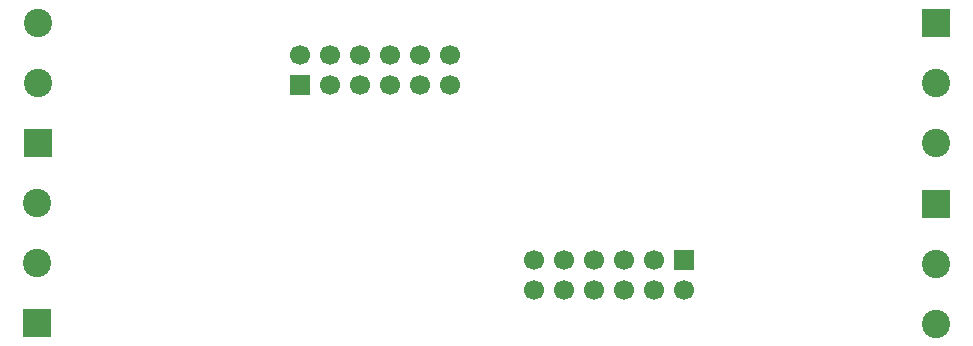
<source format=gbr>
%TF.GenerationSoftware,KiCad,Pcbnew,9.0.6*%
%TF.CreationDate,2025-12-26T20:16:36+00:00*%
%TF.ProjectId,PIDI-BOX-01-DIGIN-6-OPTO-MAIN-A1,50494449-2d42-44f5-982d-30312d444947,rev?*%
%TF.SameCoordinates,Original*%
%TF.FileFunction,Soldermask,Bot*%
%TF.FilePolarity,Negative*%
%FSLAX46Y46*%
G04 Gerber Fmt 4.6, Leading zero omitted, Abs format (unit mm)*
G04 Created by KiCad (PCBNEW 9.0.6) date 2025-12-26 20:16:36*
%MOMM*%
%LPD*%
G01*
G04 APERTURE LIST*
%ADD10R,2.400000X2.400000*%
%ADD11C,2.400000*%
%ADD12R,1.700000X1.700000*%
%ADD13C,1.700000*%
G04 APERTURE END LIST*
D10*
%TO.C,J1*%
X187883800Y-75031600D03*
D11*
X187883800Y-80111600D03*
X187883800Y-85191600D03*
%TD*%
D10*
%TO.C,J4*%
X111788600Y-85158000D03*
D11*
X111788600Y-80078000D03*
X111788600Y-74998000D03*
%TD*%
D10*
%TO.C,J3*%
X111810800Y-69875400D03*
D11*
X111810800Y-64795400D03*
X111810800Y-59715400D03*
%TD*%
D12*
%TO.C,J5*%
X133985000Y-64998600D03*
D13*
X133985000Y-62458600D03*
X136525000Y-64998600D03*
X136525000Y-62458600D03*
X139065000Y-64998600D03*
X139065000Y-62458600D03*
X141605000Y-64998600D03*
X141605000Y-62458600D03*
X144145000Y-64998600D03*
X144145000Y-62458600D03*
X146685000Y-64998600D03*
X146685000Y-62458600D03*
%TD*%
D10*
%TO.C,J2*%
X187833800Y-59781600D03*
D11*
X187833800Y-64861600D03*
X187833800Y-69941600D03*
%TD*%
D12*
%TO.C,J6*%
X166497000Y-79781400D03*
D13*
X166497000Y-82321400D03*
X163957000Y-79781400D03*
X163957000Y-82321400D03*
X161417000Y-79781400D03*
X161417000Y-82321400D03*
X158877000Y-79781400D03*
X158877000Y-82321400D03*
X156337000Y-79781400D03*
X156337000Y-82321400D03*
X153797000Y-79781400D03*
X153797000Y-82321400D03*
%TD*%
M02*

</source>
